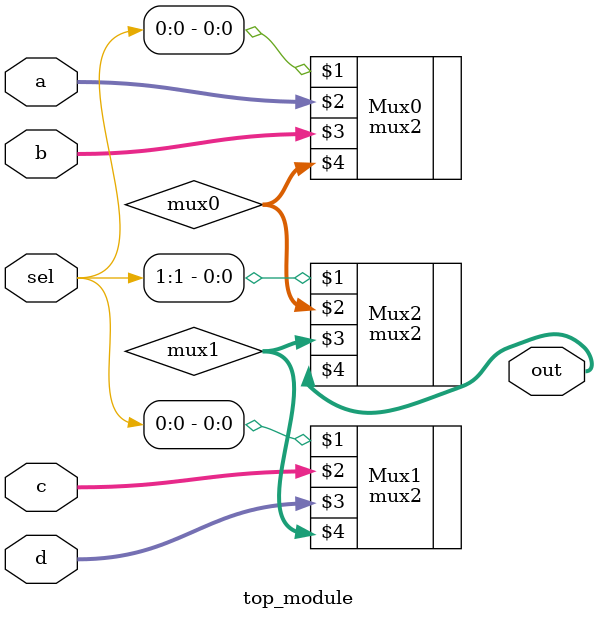
<source format=v>
module top_module (
    input [1:0] sel,
    input [7:0] a,
    input [7:0] b,
    input [7:0] c,
    input [7:0] d,
    output [7:0] out  ); 

    wire [7:0] mux0, mux1;
    mux2 Mux0 ( sel[0], a, b, mux0 );
    mux2 Mux1 ( sel[0], c, d, mux1 );
    mux2 Mux2 ( sel[1], mux0, mux1, out);

endmodule


</source>
